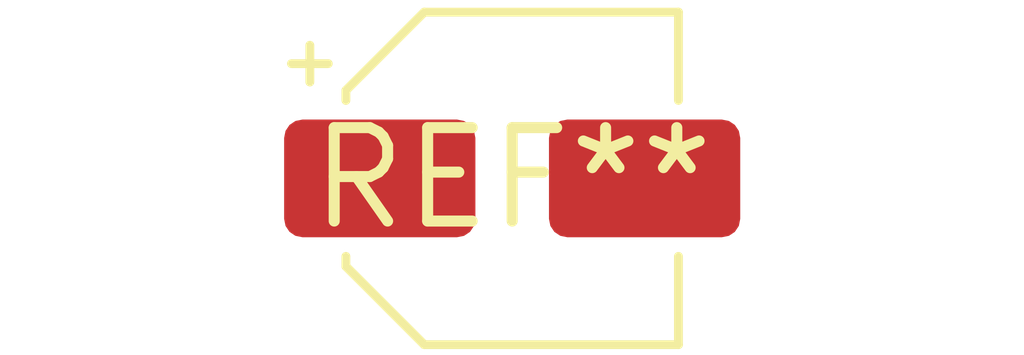
<source format=kicad_pcb>
(kicad_pcb (version 20240108) (generator pcbnew)
  (layers (0 "F.Cu" signal) (31 "B.Cu" signal) (34 "B.Paste" user) (35 "F.Paste" user) (36 "B.SilkS" user "B.Silkscreen") (37 "F.SilkS" user "F.Silkscreen") (38 "B.Mask" user) (39 "F.Mask" user) (44 "Edge.Cuts" user))
  (net 0 "")
  (footprint "CP_Elec_4x5.3" (layer "F.Cu") (at 0 0)
    (property "Reference" "REF**")
    (property "Value" "CP_Elec_4x5.3")
    (fp_line (start -3 -1.56) (end -2.5 -1.56) (layer "F.SilkS") (stroke (width 0.12)))
    (fp_line (start -2.75 -1.81) (end -2.75 -1.31) (layer "F.SilkS") (stroke (width 0.12)))
    (fp_line (start -2.26 -1.195563) (end -2.26 -1.06) (layer "F.SilkS") (stroke (width 0.12)))
    (fp_line (start -2.26 -1.195563) (end -1.195563 -2.26) (layer "F.SilkS") (stroke (width 0.12)))
    (fp_line (start -2.26 1.195563) (end -2.26 1.06) (layer "F.SilkS") (stroke (width 0.12)))
    (fp_line (start -2.26 1.195563) (end -1.195563 2.26) (layer "F.SilkS") (stroke (width 0.12)))
    (fp_line (start -1.195563 -2.26) (end 2.26 -2.26) (layer "F.SilkS") (stroke (width 0.12)))
    (fp_line (start -1.195563 2.26) (end 2.26 2.26) (layer "F.SilkS") (stroke (width 0.12)))
    (fp_line (start 2.26 -2.26) (end 2.26 -1.06) (layer "F.SilkS") (stroke (width 0.12)))
    (fp_line (start 2.26 2.26) (end 2.26 1.06) (layer "F.SilkS") (stroke (width 0.12)))
    (pad "1" smd roundrect (at -1.8 0) (size 2.6 1.6) (layers "F.Cu" "F.Paste" "F.Mask") (roundrect_rratio 0.15625))
    (pad "2" smd roundrect (at 1.8 0) (size 2.6 1.6) (layers "F.Cu" "F.Paste" "F.Mask") (roundrect_rratio 0.15625))
  )
)
</source>
